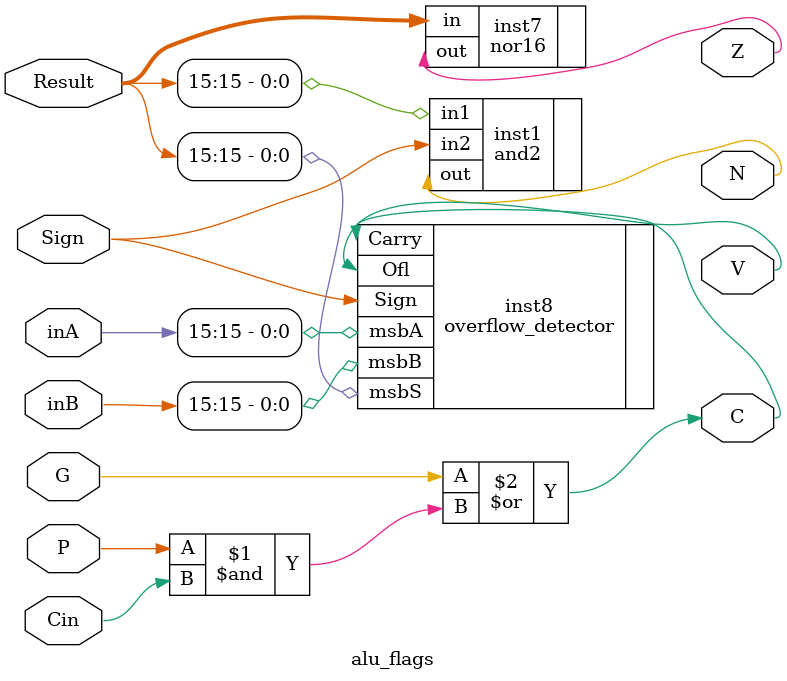
<source format=v>
module alu_flags(
	output N,
	output Z,
	output V,
	output C,
	input [15:0] inA,
	input [15:0] inB,
	input [15:0] Result,
	input G,
	input P,
	input Cin,
	input Sign
	);
	
	//C
	assign C = G | (P & Cin);

    //N 
    and2 inst1(.in1(Result[15]), .in2(Sign), .out(N));

    //Z
    nor16 inst7(.in(Result), .out(Z));

    //V 
    overflow_detector inst8(.msbA(inA[15]), .msbB(inB[15]), .msbS(Result[15]), .Carry(C), .Sign(Sign), .Ofl(V));

endmodule
</source>
